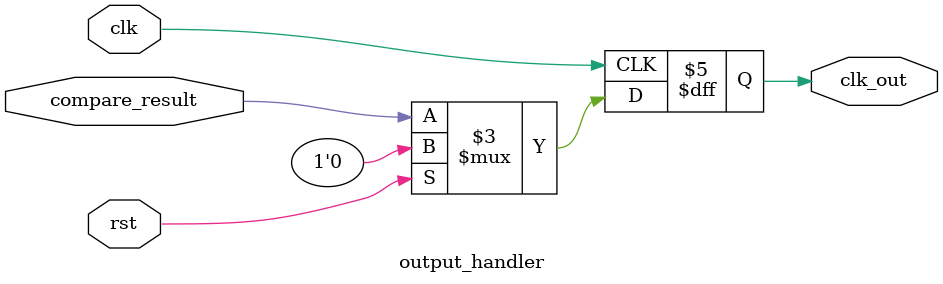
<source format=sv>
module frac_delete_div #(
    parameter ACC_WIDTH = 8
)(
    input  wire clk,
    input  wire rst,
    output wire clk_out
);

    // 内部连线
    wire [ACC_WIDTH-1:0] accumulator_value;
    wire                 compare_result;

    // 实例化累加器子模块
    accumulator_module #(
        .WIDTH(ACC_WIDTH)
    ) acc_inst (
        .clk              (clk),
        .rst              (rst),
        .increment_value  (3),  // 增量为3，产生(3/8)*2=0.75的分频比
        .accumulator_out  (accumulator_value)
    );

    // 实例化比较器子模块
    comparator_module #(
        .WIDTH(ACC_WIDTH)
    ) comp_inst (
        .value_in         (accumulator_value),
        .threshold        (8'h80),
        .compare_out      (compare_result)
    );

    // 实例化输出处理子模块
    output_handler out_inst (
        .clk              (clk),
        .rst              (rst),
        .compare_result   (compare_result),
        .clk_out          (clk_out)
    );

endmodule

///////////////////////////////////////////////////////////////////////////////
// 累加器子模块：负责累加计数
///////////////////////////////////////////////////////////////////////////////
module accumulator_module #(
    parameter WIDTH = 8
)(
    input  wire              clk,
    input  wire              rst,
    input  wire [WIDTH-1:0]  increment_value,
    output reg  [WIDTH-1:0]  accumulator_out
);

    always @(posedge clk) begin
        if (rst) begin
            accumulator_out <= {WIDTH{1'b0}};
        end else begin
            accumulator_out <= accumulator_out + increment_value;
        end
    end

endmodule

///////////////////////////////////////////////////////////////////////////////
// 比较器子模块：比较累加值与阈值
///////////////////////////////////////////////////////////////////////////////
module comparator_module #(
    parameter WIDTH = 8
)(
    input  wire [WIDTH-1:0]  value_in,
    input  wire [WIDTH-1:0]  threshold,
    output reg               compare_out
);

    // 比较逻辑：当value_in小于threshold时，输出1
    always @(*) begin
        if (value_in < threshold) begin
            compare_out = 1'b1;
        end else begin
            compare_out = 1'b0;
        end
    end

endmodule

///////////////////////////////////////////////////////////////////////////////
// 输出处理子模块：生成最终时钟输出
///////////////////////////////////////////////////////////////////////////////
module output_handler (
    input  wire clk,
    input  wire rst,
    input  wire compare_result,
    output reg  clk_out
);

    always @(posedge clk) begin
        if (rst) begin
            clk_out <= 1'b0;
        end else begin
            clk_out <= compare_result;
        end
    end

endmodule
</source>
